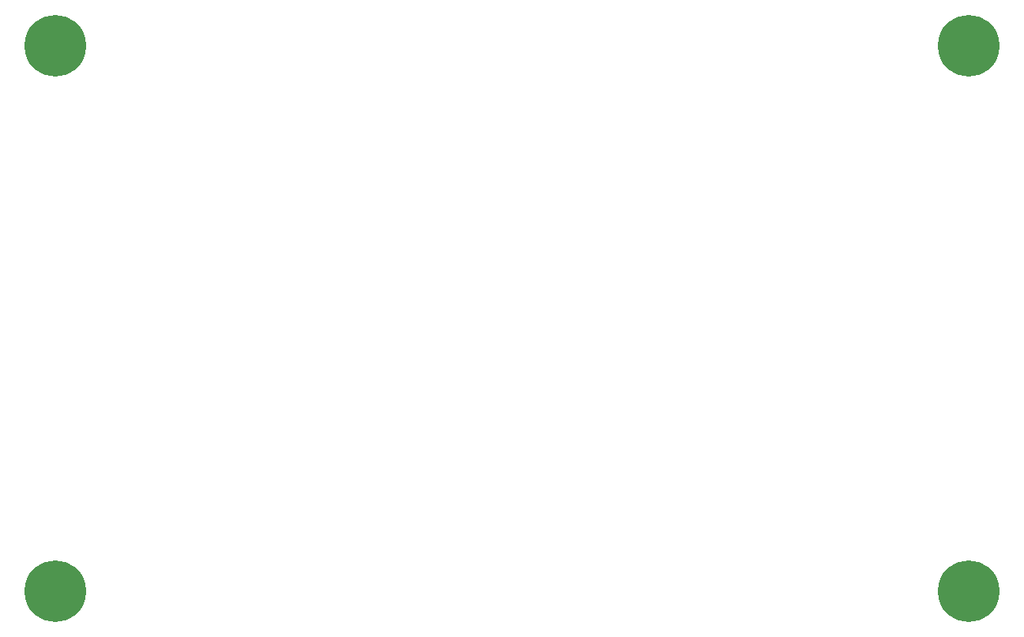
<source format=gbr>
%TF.GenerationSoftware,KiCad,Pcbnew,(5.99.0-9526-g5c17ff0595)*%
%TF.CreationDate,2021-07-07T23:04:22-05:00*%
%TF.ProjectId,Cafebabe Backplate,43616665-6261-4626-9520-4261636b706c,rev?*%
%TF.SameCoordinates,Original*%
%TF.FileFunction,Soldermask,Top*%
%TF.FilePolarity,Negative*%
%FSLAX46Y46*%
G04 Gerber Fmt 4.6, Leading zero omitted, Abs format (unit mm)*
G04 Created by KiCad (PCBNEW (5.99.0-9526-g5c17ff0595)) date 2021-07-07 23:04:22*
%MOMM*%
%LPD*%
G01*
G04 APERTURE LIST*
%ADD10C,6.600000*%
G04 APERTURE END LIST*
D10*
%TO.C,*%
X79877817Y-83677817D03*
%TD*%
%TO.C,*%
X177777817Y-83677817D03*
%TD*%
%TO.C,*%
X177777817Y-142177817D03*
%TD*%
%TO.C,REF\u002A\u002A*%
X79877817Y-142177817D03*
%TD*%
M02*

</source>
